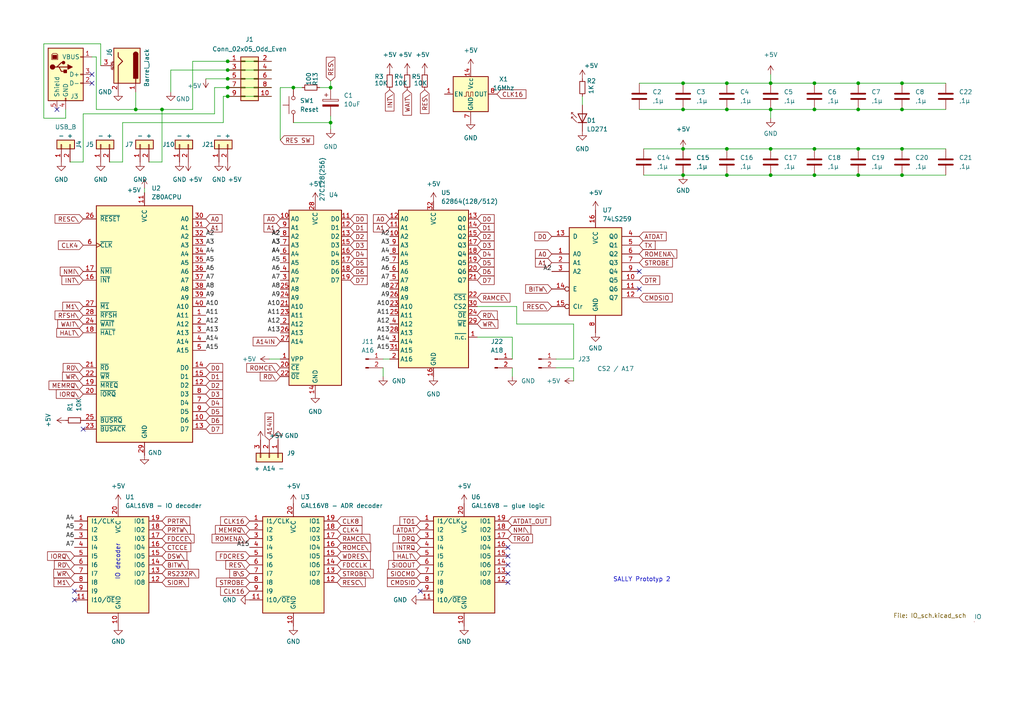
<source format=kicad_sch>
(kicad_sch (version 20231120) (generator "eeschema") (generator_version "8.0")
  (paper "A4")
  (junction (at 66.04 25.4))
  (junction (at 236.22 50.8))
  (junction (at 210.82 50.8))
  (junction (at 248.92 31.75))
  (junction (at 198.12 24.13))
  (junction (at 261.62 24.13))
  (junction (at 223.52 31.75))
  (junction (at 66.04 20.32))
  (junction (at 261.62 43.18))
  (junction (at 85.09 25.4))
  (junction (at 248.92 50.8))
  (junction (at 248.92 43.18))
  (junction (at 223.52 24.13))
  (junction (at 236.22 31.75))
  (junction (at 39.37 31.75))
  (junction (at 210.82 31.75))
  (junction (at 236.22 24.13))
  (junction (at 261.62 31.75))
  (junction (at 198.12 31.75))
  (junction (at 223.52 43.18))
  (junction (at 46.99 31.75))
  (junction (at 198.12 43.18))
  (junction (at 261.62 50.8))
  (junction (at 66.04 17.78))
  (junction (at 198.12 50.8))
  (junction (at 66.04 27.94))
  (junction (at 210.82 24.13))
  (junction (at 236.22 43.18))
  (junction (at 95.885 25.4))
  (junction (at 210.82 43.18))
  (junction (at 223.52 50.8))
  (junction (at 248.92 24.13))
  (junction (at 95.885 35.56))
  (junction (at 66.04 22.86))
  (no_connect (at 26.67 21.59))
  (no_connect (at 147.32 166.37))
  (no_connect (at 147.32 163.83))
  (no_connect (at 147.32 168.91))
  (no_connect (at 21.59 171.45))
  (no_connect (at 185.42 83.82))
  (no_connect (at 147.32 158.75))
  (no_connect (at 16.51 31.75))
  (no_connect (at 24.13 124.46))
  (no_connect (at 121.92 171.45))
  (no_connect (at 185.42 78.74))
  (no_connect (at 26.67 24.13))
  (no_connect (at 21.59 173.99))
  (no_connect (at 147.32 161.29))
  (wire (pts (xy 95.885 23.495) (xy 95.885 25.4)))
  (wire (pts (xy 81.28 25.4) (xy 81.28 40.64)))
  (wire (pts (xy 149.86 93.98) (xy 166.37 93.98)))
  (wire (pts (xy 148.59 106.68) (xy 148.59 109.22)))
  (wire (pts (xy 210.82 43.18) (xy 223.52 43.18)))
  (wire (pts (xy 248.92 43.18) (xy 261.62 43.18)))
  (wire (pts (xy 261.62 31.75) (xy 274.32 31.75)))
  (wire (pts (xy 26.67 16.51) (xy 27.94 16.51)))
  (wire (pts (xy 210.82 31.75) (xy 223.52 31.75)))
  (wire (pts (xy 66.04 17.78) (xy 78.74 17.78)))
  (wire (pts (xy 210.82 50.8) (xy 223.52 50.8)))
  (wire (pts (xy 261.62 43.18) (xy 274.32 43.18)))
  (wire (pts (xy 49.53 20.32) (xy 66.04 20.32)))
  (wire (pts (xy 78.105 104.14) (xy 81.28 104.14)))
  (wire (pts (xy 149.86 88.9) (xy 149.86 93.98)))
  (wire (pts (xy 27.94 16.51) (xy 27.94 31.75)))
  (wire (pts (xy 261.62 50.8) (xy 274.32 50.8)))
  (wire (pts (xy 185.42 24.13) (xy 198.12 24.13)))
  (wire (pts (xy 166.37 93.98) (xy 166.37 104.14)))
  (wire (pts (xy 223.52 43.18) (xy 236.22 43.18)))
  (wire (pts (xy 62.23 33.02) (xy 62.23 25.4)))
  (wire (pts (xy 19.05 31.75) (xy 19.05 34.29)))
  (wire (pts (xy 64.77 27.94) (xy 66.04 27.94)))
  (wire (pts (xy 236.22 43.18) (xy 248.92 43.18)))
  (wire (pts (xy 29.21 12.7) (xy 29.21 19.05)))
  (wire (pts (xy 198.12 43.18) (xy 210.82 43.18)))
  (wire (pts (xy 64.77 35.56) (xy 64.77 27.94)))
  (wire (pts (xy 261.62 24.13) (xy 274.32 24.13)))
  (wire (pts (xy 248.92 24.13) (xy 261.62 24.13)))
  (wire (pts (xy 24.13 33.02) (xy 62.23 33.02)))
  (wire (pts (xy 223.52 31.75) (xy 236.22 31.75)))
  (wire (pts (xy 185.42 31.75) (xy 198.12 31.75)))
  (wire (pts (xy 85.09 25.4) (xy 87.63 25.4)))
  (wire (pts (xy 66.04 25.4) (xy 78.74 25.4)))
  (wire (pts (xy 66.04 17.78) (xy 55.88 17.78)))
  (wire (pts (xy 35.56 46.99) (xy 35.56 35.56)))
  (wire (pts (xy 35.56 35.56) (xy 64.77 35.56)))
  (wire (pts (xy 223.52 31.75) (xy 223.52 34.29)))
  (wire (pts (xy 81.28 25.4) (xy 85.09 25.4)))
  (wire (pts (xy 66.04 22.86) (xy 78.74 22.86)))
  (wire (pts (xy 95.885 25.4) (xy 95.885 26.035)))
  (wire (pts (xy 66.04 27.94) (xy 78.74 27.94)))
  (wire (pts (xy 223.52 24.13) (xy 236.22 24.13)))
  (wire (pts (xy 31.75 46.99) (xy 35.56 46.99)))
  (wire (pts (xy 85.09 35.56) (xy 95.885 35.56)))
  (wire (pts (xy 43.18 46.99) (xy 46.99 46.99)))
  (wire (pts (xy 24.13 46.99) (xy 24.13 33.02)))
  (wire (pts (xy 223.52 21.59) (xy 223.52 24.13)))
  (wire (pts (xy 186.69 43.18) (xy 198.12 43.18)))
  (wire (pts (xy 138.43 97.79) (xy 148.59 97.79)))
  (wire (pts (xy 46.99 31.75) (xy 55.88 31.75)))
  (wire (pts (xy 95.885 33.655) (xy 95.885 35.56)))
  (wire (pts (xy 39.37 26.67) (xy 39.37 31.75)))
  (wire (pts (xy 55.88 17.78) (xy 55.88 31.75)))
  (wire (pts (xy 46.99 31.75) (xy 46.99 46.99)))
  (wire (pts (xy 198.12 50.8) (xy 210.82 50.8)))
  (wire (pts (xy 92.71 25.4) (xy 95.885 25.4)))
  (wire (pts (xy 210.82 24.13) (xy 223.52 24.13)))
  (wire (pts (xy 111.125 106.68) (xy 111.125 109.22)))
  (wire (pts (xy 39.37 31.75) (xy 46.99 31.75)))
  (wire (pts (xy 138.43 88.9) (xy 149.86 88.9)))
  (wire (pts (xy 27.94 31.75) (xy 39.37 31.75)))
  (wire (pts (xy 12.7 34.29) (xy 12.7 12.7)))
  (wire (pts (xy 186.69 50.8) (xy 198.12 50.8)))
  (wire (pts (xy 12.7 12.7) (xy 29.21 12.7)))
  (wire (pts (xy 166.37 104.14) (xy 161.29 104.14)))
  (wire (pts (xy 20.32 46.99) (xy 24.13 46.99)))
  (wire (pts (xy 166.37 106.68) (xy 166.37 110.49)))
  (wire (pts (xy 49.53 20.32) (xy 49.53 26.67)))
  (wire (pts (xy 223.52 50.8) (xy 236.22 50.8)))
  (wire (pts (xy 148.59 97.79) (xy 148.59 104.14)))
  (wire (pts (xy 111.125 104.14) (xy 113.03 104.14)))
  (wire (pts (xy 248.92 50.8) (xy 261.62 50.8)))
  (wire (pts (xy 248.92 31.75) (xy 261.62 31.75)))
  (wire (pts (xy 95.885 35.56) (xy 95.885 37.465)))
  (wire (pts (xy 168.91 27.94) (xy 168.91 30.48)))
  (wire (pts (xy 198.12 24.13) (xy 210.82 24.13)))
  (wire (pts (xy 236.22 24.13) (xy 248.92 24.13)))
  (wire (pts (xy 161.29 106.68) (xy 166.37 106.68)))
  (wire (pts (xy 236.22 31.75) (xy 248.92 31.75)))
  (wire (pts (xy 66.04 22.86) (xy 59.69 22.86)))
  (wire (pts (xy 62.23 25.4) (xy 66.04 25.4)))
  (wire (pts (xy 236.22 50.8) (xy 248.92 50.8)))
  (wire (pts (xy 41.91 54.61) (xy 41.91 55.88)))
  (wire (pts (xy 66.04 20.32) (xy 78.74 20.32)))
  (wire (pts (xy 198.12 31.75) (xy 210.82 31.75)))
  (wire (pts (xy 19.05 34.29) (xy 12.7 34.29)))
  (text "SALLY Prototyp 2" (at 177.8 168.91 0) (effects (font (size 1.27 1.27)) (justify left bottom)))
  (text "IO decoder" (at 34.925 168.275 90) (effects (font (size 1.27 1.27)) (justify left bottom)))
  (label "A4" (at 59.69 73.66 0))
  (label "A5" (at 59.69 76.2 0))
  (label "A10" (at 59.69 88.9 0))
  (label "A13" (at 59.69 96.52 0))
  (label "A15" (at 113.03 101.6 180))
  (label "A7" (at 21.59 158.75 180))
  (label "A7" (at 81.28 81.28 180))
  (label "A8" (at 113.03 83.82 180))
  (label "A8" (at 81.28 83.82 180))
  (label "A8" (at 59.69 83.82 0))
  (label "A2" (at 81.28 68.58 180))
  (label "A12" (at 113.03 93.98 180))
  (label "A6" (at 113.03 78.74 180))
  (label "A4" (at 81.28 73.66 180))
  (label "A6" (at 59.69 78.74 0))
  (label "A11" (at 113.03 91.44 180))
  (label "A2" (at 81.28 68.58 180))
  (label "A15" (at 72.39 158.75 180))
  (label "A13" (at 81.28 96.52 180))
  (label "A7" (at 113.03 81.28 180))
  (label "A15" (at 59.69 101.6 0))
  (label "A10" (at 113.03 88.9 180))
  (label "A4" (at 81.28 73.66 180))
  (label "A2" (at 160.02 78.74 180))
  (label "A4" (at 21.59 151.13 180))
  (label "A6" (at 81.28 78.74 180))
  (label "A10" (at 81.28 88.9 180))
  (label "A3" (at 81.28 71.12 180))
  (label "A9" (at 81.28 86.36 180))
  (label "A5" (at 81.28 76.2 180))
  (label "A3" (at 81.28 71.12 180))
  (label "A9" (at 59.69 86.36 0))
  (label "A9" (at 113.03 86.36 180))
  (label "A3" (at 113.03 71.12 180))
  (label "A5" (at 113.03 76.2 180))
  (label "A4" (at 113.03 73.66 180))
  (label "A3" (at 59.69 71.12 0))
  (label "A12" (at 59.69 93.98 0))
  (label "A12" (at 81.28 93.98 180))
  (label "A6" (at 21.59 156.21 180))
  (label "A14" (at 59.69 99.06 0))
  (label "A13" (at 113.03 96.52 180))
  (label "A11" (at 81.28 91.44 180))
  (label "A14" (at 113.03 99.06 180))
  (label "A2" (at 59.69 68.58 0))
  (label "A7" (at 59.69 81.28 0))
  (label "A2" (at 113.03 68.58 180))
  (label "A5" (at 21.59 153.67 180))
  (label "A11" (at 59.69 91.44 0))
  (global_label "RD\\" (shape input) (at 24.13 106.68 180) (property "Intersheetrefs" "${INTERSHEET_REFS}" (effects (hide yes))))
  (global_label "BITW\\" (shape input) (at 46.99 163.83 0) (property "Intersheetrefs" "${INTERSHEET_REFS}" (effects (hide yes))))
  (global_label "CLK8" (shape input) (at 97.79 151.13 0) (property "Intersheetrefs" "${INTERSHEET_REFS}" (effects (hide yes))))
  (global_label "DTR" (shape input) (at 185.42 81.28 0) (property "Intersheetrefs" "${INTERSHEET_REFS}" (effects (hide yes))))
  (global_label "D3" (shape input) (at 138.43 71.12 0) (property "Intersheetrefs" "${INTERSHEET_REFS}" (effects (hide yes))))
  (global_label "TRG0" (shape input) (at 147.32 156.21 0) (property "Intersheetrefs" "${INTERSHEET_REFS}" (effects (hide yes))))
  (global_label "CTCCE" (shape input) (at 46.99 158.75 0) (property "Intersheetrefs" "${INTERSHEET_REFS}" (effects (hide yes))))
  (global_label "RESC\\" (shape input) (at 24.13 63.5 180) (property "Intersheetrefs" "${INTERSHEET_REFS}" (effects (hide yes))))
  (global_label "D1" (shape input) (at 101.6 66.04 0) (property "Intersheetrefs" "${INTERSHEET_REFS}" (effects (hide yes))))
  (global_label "ROMENA\\" (shape input) (at 185.42 73.66 0) (property "Intersheetrefs" "${INTERSHEET_REFS}" (effects (hide yes))))
  (global_label "MEMRQ\\" (shape input) (at 24.13 111.76 180) (property "Intersheetrefs" "${INTERSHEET_REFS}" (effects (hide yes))))
  (global_label "A14IN" (shape input) (at 78.105 127.635 90) (property "Intersheetrefs" "${INTERSHEET_REFS}" (effects (hide yes))))
  (global_label "D3" (shape input) (at 101.6 71.12 0) (property "Intersheetrefs" "${INTERSHEET_REFS}" (effects (hide yes))))
  (global_label "FDCCLK" (shape input) (at 97.79 163.83 0) (property "Intersheetrefs" "${INTERSHEET_REFS}" (effects (hide yes))))
  (global_label "TX" (shape input) (at 185.42 71.12 0) (property "Intersheetrefs" "${INTERSHEET_REFS}" (effects (hide yes))))
  (global_label "D0" (shape input) (at 160.02 68.58 180) (property "Intersheetrefs" "${INTERSHEET_REFS}" (effects (hide yes))))
  (global_label "A1" (shape input) (at 81.28 66.04 180) (property "Intersheetrefs" "${INTERSHEET_REFS}" (effects (hide yes))))
  (global_label "RS232R\\" (shape input) (at 46.99 166.37 0) (property "Intersheetrefs" "${INTERSHEET_REFS}" (effects (hide yes))))
  (global_label "A0" (shape input) (at 59.69 63.5 0) (property "Intersheetrefs" "${INTERSHEET_REFS}" (effects (hide yes))))
  (global_label "WR\\" (shape input) (at 138.43 93.98 0) (property "Intersheetrefs" "${INTERSHEET_REFS}" (effects (hide yes))))
  (global_label "FDCRES" (shape input) (at 72.39 161.29 180) (property "Intersheetrefs" "${INTERSHEET_REFS}" (effects (hide yes))))
  (global_label "D6" (shape input) (at 59.69 121.92 0) (property "Intersheetrefs" "${INTERSHEET_REFS}" (effects (hide yes))))
  (global_label "D6" (shape input) (at 101.6 78.74 0) (property "Intersheetrefs" "${INTERSHEET_REFS}" (effects (hide yes))))
  (global_label "INTRQ" (shape input) (at 121.92 158.75 180) (property "Intersheetrefs" "${INTERSHEET_REFS}" (effects (hide yes))))
  (global_label "NMI\\" (shape input) (at 24.13 78.74 180) (property "Intersheetrefs" "${INTERSHEET_REFS}" (effects (hide yes))))
  (global_label "CMDSIO" (shape input) (at 185.42 86.36 0) (property "Intersheetrefs" "${INTERSHEET_REFS}" (effects (hide yes))))
  (global_label "WR\\" (shape input) (at 24.13 109.22 180) (property "Intersheetrefs" "${INTERSHEET_REFS}" (effects (hide yes))))
  (global_label "D5" (shape input) (at 59.69 119.38 0) (property "Intersheetrefs" "${INTERSHEET_REFS}" (effects (hide yes))))
  (global_label "RESC\\" (shape input) (at 160.02 88.9 180) (property "Intersheetrefs" "${INTERSHEET_REFS}" (effects (hide yes))))
  (global_label "CLK16" (shape input) (at 72.39 151.13 180) (property "Intersheetrefs" "${INTERSHEET_REFS}" (effects (hide yes))))
  (global_label "DSW\\" (shape input) (at 46.99 161.29 0) (property "Intersheetrefs" "${INTERSHEET_REFS}" (effects (hide yes))))
  (global_label "D2" (shape input) (at 59.69 111.76 0) (property "Intersheetrefs" "${INTERSHEET_REFS}" (effects (hide yes))))
  (global_label "D7" (shape input) (at 138.43 81.28 0) (property "Intersheetrefs" "${INTERSHEET_REFS}" (effects (hide yes))))
  (global_label "ATDAT" (shape input) (at 121.92 153.67 180) (property "Intersheetrefs" "${INTERSHEET_REFS}" (effects (hide yes))))
  (global_label "D1" (shape input) (at 138.43 66.04 0) (property "Intersheetrefs" "${INTERSHEET_REFS}" (effects (hide yes))))
  (global_label "D1" (shape input) (at 59.69 109.22 0) (property "Intersheetrefs" "${INTERSHEET_REFS}" (effects (hide yes))))
  (global_label "RES\\" (shape input) (at 95.885 23.495 90) (property "Intersheetrefs" "${INTERSHEET_REFS}" (effects (hide yes))))
  (global_label "D5" (shape input) (at 101.6 76.2 0) (property "Intersheetrefs" "${INTERSHEET_REFS}" (effects (hide yes))))
  (global_label "CLK16" (shape input) (at 144.145 27.305 0) (property "Intersheetrefs" "${INTERSHEET_REFS}" (effects (hide yes))))
  (global_label "D4" (shape input) (at 101.6 73.66 0) (property "Intersheetrefs" "${INTERSHEET_REFS}" (effects (hide yes))))
  (global_label "SIOR\\" (shape input) (at 46.99 168.91 0) (property "Intersheetrefs" "${INTERSHEET_REFS}" (effects (hide yes))))
  (global_label "D0" (shape input) (at 59.69 106.68 0) (property "Intersheetrefs" "${INTERSHEET_REFS}" (effects (hide yes))))
  (global_label "D7" (shape input) (at 101.6 81.28 0) (property "Intersheetrefs" "${INTERSHEET_REFS}" (effects (hide yes))))
  (global_label "WDRES\\" (shape input) (at 97.79 161.29 0) (property "Intersheetrefs" "${INTERSHEET_REFS}" (effects (hide yes))))
  (global_label "RES\\" (shape input) (at 123.19 26.035 270) (property "Intersheetrefs" "${INTERSHEET_REFS}" (effects (hide yes))))
  (global_label "INT\\" (shape input) (at 24.13 81.28 180) (property "Intersheetrefs" "${INTERSHEET_REFS}" (effects (hide yes))))
  (global_label "D2" (shape input) (at 138.43 68.58 0) (property "Intersheetrefs" "${INTERSHEET_REFS}" (effects (hide yes))))
  (global_label "RAMCE\\" (shape input) (at 97.79 156.21 0) (property "Intersheetrefs" "${INTERSHEET_REFS}" (effects (hide yes))))
  (global_label "BITW\\" (shape input) (at 160.02 83.82 180) (property "Intersheetrefs" "${INTERSHEET_REFS}" (effects (hide yes))))
  (global_label "RD\\" (shape input) (at 21.59 163.83 180) (property "Intersheetrefs" "${INTERSHEET_REFS}" (effects (hide yes))))
  (global_label "M1\\" (shape input) (at 21.59 168.91 180) (property "Intersheetrefs" "${INTERSHEET_REFS}" (effects (hide yes))))
  (global_label "STROBE" (shape input) (at 185.42 76.2 0) (property "Intersheetrefs" "${INTERSHEET_REFS}" (effects (hide yes))))
  (global_label "WR\\" (shape input) (at 21.59 166.37 180) (property "Intersheetrefs" "${INTERSHEET_REFS}" (effects (hide yes))))
  (global_label "DRQ" (shape input) (at 121.92 156.21 180) (property "Intersheetrefs" "${INTERSHEET_REFS}" (effects (hide yes))))
  (global_label "D0" (shape input) (at 138.43 63.5 0) (property "Intersheetrefs" "${INTERSHEET_REFS}" (effects (hide yes))))
  (global_label "RD\\" (shape input) (at 138.43 91.44 0) (property "Intersheetrefs" "${INTERSHEET_REFS}" (effects (hide yes))))
  (global_label "TO1" (shape input) (at 121.92 151.13 180) (property "Intersheetrefs" "${INTERSHEET_REFS}" (effects (hide yes))))
  (global_label "D4" (shape input) (at 138.43 73.66 0) (property "Intersheetrefs" "${INTERSHEET_REFS}" (effects (hide yes))))
  (global_label "ATDAT_OUT" (shape input) (at 147.32 151.13 0) (property "Intersheetrefs" "${INTERSHEET_REFS}" (effects (hide yes))))
  (global_label "D7" (shape input) (at 59.69 124.46 0) (property "Intersheetrefs" "${INTERSHEET_REFS}" (effects (hide yes))))
  (global_label "ROMCE\\" (shape input) (at 81.28 106.68 180) (property "Intersheetrefs" "${INTERSHEET_REFS}" (effects (hide yes))))
  (global_label "STROBE\\" (shape input) (at 97.79 166.37 0) (property "Intersheetrefs" "${INTERSHEET_REFS}" (effects (hide yes))))
  (global_label "A1" (shape input) (at 59.69 66.04 0) (property "Intersheetrefs" "${INTERSHEET_REFS}" (effects (hide yes))))
  (global_label "B\\S" (shape input) (at 72.39 166.37 180) (property "Intersheetrefs" "${INTERSHEET_REFS}" (effects (hide yes))))
  (global_label "RD\\" (shape input) (at 81.28 109.22 180) (property "Intersheetrefs" "${INTERSHEET_REFS}" (effects (hide yes))))
  (global_label "A1" (shape input) (at 160.02 76.2 180) (property "Intersheetrefs" "${INTERSHEET_REFS}" (effects (hide yes))))
  (global_label "HALT\\" (shape input) (at 121.92 161.29 180) (property "Intersheetrefs" "${INTERSHEET_REFS}" (effects (hide yes))))
  (global_label "CLK4" (shape input) (at 24.13 71.12 180) (property "Intersheetrefs" "${INTERSHEET_REFS}" (effects (hide yes))))
  (global_label "RES SW" (shape input) (at 81.28 40.64 0) (property "Intersheetrefs" "${INTERSHEET_REFS}" (effects (hide yes))))
  (global_label "D5" (shape input) (at 138.43 76.2 0) (property "Intersheetrefs" "${INTERSHEET_REFS}" (effects (hide yes))))
  (global_label "M1\\" (shape input) (at 24.13 88.9 180) (property "Intersheetrefs" "${INTERSHEET_REFS}" (effects (hide yes))))
  (global_label "PRTW\\" (shape input) (at 46.99 153.67 0) (property "Intersheetrefs" "${INTERSHEET_REFS}" (effects (hide yes))))
  (global_label "D2" (shape input) (at 101.6 68.58 0) (property "Intersheetrefs" "${INTERSHEET_REFS}" (effects (hide yes))))
  (global_label "A14IN" (shape input) (at 81.28 99.06 180) (property "Intersheetrefs" "${INTERSHEET_REFS}" (effects (hide yes))))
  (global_label "SIOOUT" (shape input) (at 121.92 163.83 180) (property "Intersheetrefs" "${INTERSHEET_REFS}" (effects (hide yes))))
  (global_label "MEMRQ\\" (shape input) (at 72.39 153.67 180) (property "Intersheetrefs" "${INTERSHEET_REFS}" (effects (hide yes))))
  (global_label "STROBE" (shape input) (at 72.39 168.91 180) (property "Intersheetrefs" "${INTERSHEET_REFS}" (effects (hide yes))))
  (global_label "D3" (shape input) (at 59.69 114.3 0) (property "Intersheetrefs" "${INTERSHEET_REFS}" (effects (hide yes))))
  (global_label "CLK4" (shape input) (at 97.79 153.67 0) (property "Intersheetrefs" "${INTERSHEET_REFS}" (effects (hide yes))))
  (global_label "D0" (shape input) (at 101.6 63.5 0) (property "Intersheetrefs" "${INTERSHEET_REFS}" (effects (hide yes))))
  (global_label "RFSH\\" (shape input) (at 24.13 91.44 180) (property "Intersheetrefs" "${INTERSHEET_REFS}" (effects (hide yes))))
  (global_label "HALT\\" (shape input) (at 24.13 96.52 180) (property "Intersheetrefs" "${INTERSHEET_REFS}" (effects (hide yes))))
  (global_label "RAMCE\\" (shape input) (at 138.43 86.36 0) (property "Intersheetrefs" "${INTERSHEET_REFS}" (effects (hide yes))))
  (global_label "A0" (shape input) (at 160.02 73.66 180) (property "Intersheetrefs" "${INTERSHEET_REFS}" (effects (hide yes))))
  (global_label "NMI\\" (shape input) (at 147.32 153.67 0) (property "Intersheetrefs" "${INTERSHEET_REFS}" (effects (hide yes))))
  (global_label "A1" (shape input) (at 113.03 66.04 180) (property "Intersheetrefs" "${INTERSHEET_REFS}" (effects (hide yes))))
  (global_label "D4" (shape input) (at 59.69 116.84 0) (property "Intersheetrefs" "${INTERSHEET_REFS}" (effects (hide yes))))
  (global_label "A0" (shape input) (at 81.28 63.5 180) (property "Intersheetrefs" "${INTERSHEET_REFS}" (effects (hide yes))))
  (global_label "FDCCE\\" (shape input) (at 46.99 156.21 0) (property "Intersheetrefs" "${INTERSHEET_REFS}" (effects (hide yes))))
  (global_label "WAIT\\" (shape input) (at 118.11 26.035 270) (property "Intersheetrefs" "${INTERSHEET_REFS}" (effects (hide yes))))
  (global_label "PRTR\\" (shape input) (at 46.99 151.13 0) (property "Intersheetrefs" "${INTERSHEET_REFS}" (effects (hide yes))))
  (global_label "IORQ\\" (shape input) (at 24.13 114.3 180) (property "Intersheetrefs" "${INTERSHEET_REFS}" (effects (hide yes))))
  (global_label "INT\\" (shape input) (at 113.03 26.035 270) (property "Intersheetrefs" "${INTERSHEET_REFS}" (effects (hide yes))))
  (global_label "A0" (shape input) (at 113.03 63.5 180) (property "Intersheetrefs" "${INTERSHEET_REFS}" (effects (hide yes))))
  (global_label "WAIT\\" (shape input) (at 24.13 93.98 180) (property "Intersheetrefs" "${INTERSHEET_REFS}" (effects (hide yes))))
  (global_label "ROMCE\\" (shape input) (at 97.79 158.75 0) (property "Intersheetrefs" "${INTERSHEET_REFS}" (effects (hide yes))))
  (global_label "D6" (shape input) (at 138.43 78.74 0) (property "Intersheetrefs" "${INTERSHEET_REFS}" (effects (hide yes))))
  (global_label "RESC\\" (shape input) (at 97.79 168.91 0) (property "Intersheetrefs" "${INTERSHEET_REFS}" (effects (hide yes))))
  (global_label "CLK16" (shape input) (at 72.39 171.45 180) (property "Intersheetrefs" "${INTERSHEET_REFS}" (effects (hide yes))))
  (global_label "ROMENA\\" (shape input) (at 72.39 156.21 180) (property "Intersheetrefs" "${INTERSHEET_REFS}" (effects (hide yes))))
  (global_label "RES\\" (shape input) (at 72.39 163.83 180) (property "Intersheetrefs" "${INTERSHEET_REFS}" (effects (hide yes))))
  (global_label "IORQ\\" (shape input) (at 21.59 161.29 180) (property "Intersheetrefs" "${INTERSHEET_REFS}" (effects (hide yes))))
  (global_label "SIOCMD" (shape input) (at 121.92 166.37 180) (property "Intersheetrefs" "${INTERSHEET_REFS}" (effects (hide yes))))
  (global_label "CMDSIO" (shape input) (at 121.92 168.91 180) (property "Intersheetrefs" "${INTERSHEET_REFS}" (effects (hide yes))))
  (global_label "ATDAT" (shape input) (at 185.42 68.58 0) (property "Intersheetrefs" "${INTERSHEET_REFS}" (effects (hide yes))))
  (symbol (lib_id "Logic_Programmable:GAL16V8") (at 34.29 163.83 0) (unit 1)
    (property "Reference" "U1" (at 36.3094 144.145 0) (effects (justify left)))
    (property "Value" "GAL16V8 - IO decoder" (at 36.3094 146.685 0) (effects (justify left)))
    (property "Footprint" "Package_DIP:DIP-20_W7.62mm" (effects (hide yes)))
  )
  (symbol (lib_id "AtariXL:Conn_01x02_Male") (at 156.21 104.14 0) (unit 1)
    (property "Reference" "J23" (at 169.418 104.14 0))
    (property "Value" "CS2 / A17" (at 178.562 106.934 0))
    (property "Footprint" "Connector_PinHeader_2.54mm:PinHeader_1x02_P2.54mm_Vertical" (effects (hide yes)))
  )
  (symbol (lib_id "power:+5V") (at 172.72 60.96 0) (unit 1)
    (property "Reference" "#PWR037" (effects (hide yes)))
    (property "Value" "+5V" (at 172.72 55.88 0))
  )
  (symbol (lib_id "Device:C") (at 248.92 46.99 0) (unit 1)
    (property "Reference" "C19" (at 252.73 45.7199 0) (effects (justify left)))
    (property "Value" ",1µ" (at 252.73 48.2599 0) (effects (justify left)))
    (property "Footprint" "Capacitor_THT:C_Disc_D5.0mm_W2.5mm_P5.00mm" (effects (hide yes)))
  )
  (symbol (lib_id "power:GND") (at 91.44 114.3 0) (unit 1)
    (property "Reference" "#PWR024" (effects (hide yes)))
    (property "Value" "GND" (at 91.44 119.38 0))
  )
  (symbol (lib_id "CPU:Z80CPU") (at 41.91 93.98 0) (unit 1)
    (property "Reference" "U2" (at 43.9294 54.61 0) (effects (justify left)))
    (property "Value" "Z80ACPU" (at 43.9294 57.15 0) (effects (justify left)))
    (property "Footprint" "Package_DIP:DIP-40_W15.24mm" (effects (hide yes)))
    (property "Datasheet" "www.zilog.com/manage_directlink.php?filepath=docs/z80/um0080" (effects (hide yes)))
  )
  (symbol (lib_id "power:GND") (at 125.73 109.22 0) (unit 1)
    (property "Reference" "#PWR030" (effects (hide yes)))
    (property "Value" "GND" (at 125.73 114.3 0))
  )
  (symbol (lib_id "power:+5V") (at 91.44 58.42 0) (unit 1)
    (property "Reference" "#PWR023" (effects (hide yes)))
    (property "Value" "+5V" (at 91.44 53.34 0))
  )
  (symbol (lib_id "Device:R_Small") (at 168.91 25.4 0) (unit 1)
    (property "Reference" "R2" (at 170.18 23.495 0) (effects (justify left)))
    (property "Value" "1K" (at 171.45 27.305 90) (effects (justify left)))
    (property "Footprint" "Resistor_THT:R_Axial_DIN0207_L6.3mm_D2.5mm_P10.16mm_Horizontal" (effects (hide yes)))
  )
  (symbol (lib_id "Switch:SW_Push") (at 85.09 30.48 90) (unit 1)
    (property "Reference" "SW1" (at 86.995 29.2099 90) (effects (justify right)))
    (property "Value" "Reset" (at 86.995 31.7499 90) (effects (justify right)))
    (property "Footprint" "Capacitor_THT:C_Rect_L7.5mm_W6.5mm_P5.00mm" (effects (hide yes)))
  )
  (symbol (lib_id "power:GND") (at 49.53 26.67 0) (unit 1)
    (property "Reference" "#PWR04" (effects (hide yes)))
    (property "Value" "GND" (at 53.086 28.702 0))
  )
  (symbol (lib_id "power:+5V") (at 166.37 110.49 90) (unit 1)
    (property "Reference" "#PWR092" (effects (hide yes)))
    (property "Value" "+5V" (at 162.56 110.4899 90) (effects (justify left)))
  )
  (symbol (lib_id "power:+5V") (at 41.91 54.61 0) (unit 1)
    (property "Reference" "#PWR010" (effects (hide yes)))
    (property "Value" "+5V" (at 38.862 55.118 0))
  )
  (symbol (lib_id "Oscillator:GTXO-14T") (at 136.525 27.305 0) (unit 1)
    (property "Reference" "X1" (at 146.05 22.9743 0))
    (property "Value" "16Mhz" (at 146.05 25.5143 0))
    (property "Footprint" "Oscillator:Oscillator_DIP-14" (effects (hide yes)))
    (property "Datasheet" "http://www.golledge.com/pdf/products/tcxos/gtxo14.pdf" (effects (hide yes)))
  )
  (symbol (lib_id "Device:C") (at 210.82 46.99 0) (unit 1)
    (property "Reference" "C16" (at 214.63 45.7199 0) (effects (justify left)))
    (property "Value" ",1µ" (at 214.63 48.2599 0) (effects (justify left)))
    (property "Footprint" "Capacitor_THT:C_Disc_D5.0mm_W2.5mm_P5.00mm" (effects (hide yes)))
  )
  (symbol (lib_id "power:+5V") (at 123.19 20.955 0) (unit 1)
    (property "Reference" "#PWR031" (effects (hide yes)))
    (property "Value" "+5V" (at 122.555 15.875 0))
  )
  (symbol (lib_id "power:+5V") (at 198.12 43.18 0) (unit 1)
    (property "Reference" "#PWR090" (effects (hide yes)))
    (property "Value" "+5V" (at 198.12 37.465 0))
  )
  (symbol (lib_id "power:GND") (at 63.5 46.99 0) (unit 1)
    (property "Reference" "#PWR01" (effects (hide yes)))
    (property "Value" "GND" (at 63.5 52.07 0))
  )
  (symbol (lib_id "Device:R_Small") (at 118.11 23.495 0) (unit 1)
    (property "Reference" "R4" (at 114.3 22.225 0) (effects (justify left)))
    (property "Value" "10K" (at 114.3 24.13 0) (effects (justify left)))
    (property "Footprint" "Resistor_THT:R_Axial_DIN0207_L6.3mm_D2.5mm_P10.16mm_Horizontal" (effects (hide yes)))
  )
  (symbol (lib_id "Connector:Barrel_Jack_MountingPin") (at 36.83 19.05 270) (unit 1)
    (property "Reference" "J6" (at 31.75 15.24 0))
    (property "Value" "Barrel_Jack" (at 42.545 19.685 0))
    (property "Footprint" "Connector_BarrelJack:BarrelJack_Horizontal" (effects (hide yes)))
  )
  (symbol (lib_id "Connector_Generic:Conn_01x02") (at 52.07 41.91 90) (unit 1)
    (property "Reference" "J10" (at 48.895 41.91 90))
    (property "Value" "- +" (at 53.34 39.37 90))
    (property "Footprint" "Sally2:BKL_1x2 72510U_P2.5mm_Vertical" (effects (hide yes)))
  )
  (symbol (lib_id "Device:C") (at 198.12 27.94 0) (unit 1)
    (property "Reference" "C3" (at 201.93 26.6699 0) (effects (justify left)))
    (property "Value" ",1µ" (at 201.93 29.2099 0) (effects (justify left)))
    (property "Footprint" "Capacitor_THT:C_Disc_D5.0mm_W2.5mm_P5.00mm" (effects (hide yes)))
  )
  (symbol (lib_id "74xx:74LS259") (at 172.72 78.74 0) (unit 1)
    (property "Reference" "U7" (at 174.7394 60.96 0) (effects (justify left)))
    (property "Value" "74LS259" (at 174.7394 63.5 0) (effects (justify left)))
    (property "Footprint" "Package_DIP:DIP-16_W7.62mm" (effects (hide yes)))
    (property "Datasheet" "http://www.ti.com/lit/gpn/sn74LS259" (effects (hide yes)))
  )
  (symbol (lib_id "Logic_Programmable:GAL16V8") (at 134.62 163.83 0) (unit 1)
    (property "Reference" "U6" (at 136.6394 144.145 0) (effects (justify left)))
    (property "Value" "GAL16V8 - glue logic" (at 136.6394 146.685 0) (effects (justify left)))
    (property "Footprint" "Package_DIP:DIP-20_W7.62mm" (effects (hide yes)))
  )
  (symbol (lib_id "Device:C") (at 223.52 46.99 0) (unit 1)
    (property "Reference" "C17" (at 227.33 45.7199 0) (effects (justify left)))
    (property "Value" ",1µ" (at 227.33 48.2599 0) (effects (justify left)))
    (property "Footprint" "Capacitor_THT:C_Disc_D5.0mm_W2.5mm_P5.00mm" (effects (hide yes)))
  )
  (symbol (lib_id "power:GND") (at 29.21 46.99 0) (unit 1)
    (property "Reference" "#PWR012" (effects (hide yes)))
    (property "Value" "GND" (at 29.21 52.07 0))
  )
  (symbol (lib_id "power:GND") (at 40.64 46.99 0) (unit 1)
    (property "Reference" "#PWR014" (effects (hide yes)))
    (property "Value" "GND" (at 40.64 52.07 0))
  )
  (symbol (lib_id "Connector_Generic:Conn_01x02") (at 29.21 41.91 90) (unit 1)
    (property "Reference" "J5" (at 26.035 41.91 90))
    (property "Value" "- +" (at 30.48 39.37 90))
    (property "Footprint" "Sally2:BKL_1x2 72510U_P2.5mm_Vertical" (effects (hide yes)))
  )
  (symbol (lib_id "Logic_Programmable:GAL16V8") (at 85.09 163.83 0) (unit 1)
    (property "Reference" "U3" (at 87.1094 144.145 0) (effects (justify left)))
    (property "Value" "GAL16V8 - ADR decoder" (at 87.1094 146.685 0) (effects (justify left)))
    (property "Footprint" "Package_DIP:DIP-20_W7.62mm" (effects (hide yes)))
  )
  (symbol (lib_id "Device:C_Polarized") (at 95.885 29.845 0) (unit 1)
    (property "Reference" "C1" (at 99.695 27.6859 0) (effects (justify left)))
    (property "Value" "10uF" (at 99.695 30.2259 0) (effects (justify left)))
    (property "Footprint" "Capacitor_THT:CP_Radial_D5.0mm_P2.50mm" (effects (hide yes)))
  )
  (symbol (lib_id "power:GND") (at 95.885 37.465 0) (unit 1)
    (property "Reference" "#PWR025" (effects (hide yes)))
    (property "Value" "GND" (at 95.885 42.545 0))
  )
  (symbol (lib_id "Device:R_Small") (at 123.19 23.495 0) (unit 1)
    (property "Reference" "R5" (at 119.38 22.225 0) (effects (justify left)))
    (property "Value" "10K" (at 120.015 24.13 0) (effects (justify left)))
    (property "Footprint" "Resistor_THT:R_Axial_DIN0207_L6.3mm_D2.5mm_P10.16mm_Horizontal" (effects (hide yes)))
  )
  (symbol (lib_id "Device:C") (at 261.62 27.94 0) (unit 1)
    (property "Reference" "C8" (at 265.43 26.6699 0) (effects (justify left)))
    (property "Value" ",1µ" (at 265.43 29.2099 0) (effects (justify left)))
    (property "Footprint" "Capacitor_THT:C_Disc_D5.0mm_W2.5mm_P5.00mm" (effects (hide yes)))
  )
  (symbol (lib_id "power:+5V") (at 136.525 19.685 0) (unit 1)
    (property "Reference" "#PWR035" (effects (hide yes)))
    (property "Value" "+5V" (at 136.525 14.605 0))
  )
  (symbol (lib_id "power:+5V") (at 78.105 104.14 90) (unit 1)
    (property "Reference" "#PWR017" (effects (hide yes)))
    (property "Value" "+5V" (at 74.295 104.1399 90) (effects (justify left)))
  )
  (symbol (lib_id "Device:C") (at 198.12 46.99 0) (unit 1)
    (property "Reference" "C15" (at 201.93 45.7199 0) (effects (justify left)))
    (property "Value" ",1µ" (at 201.93 48.2599 0) (effects (justify left)))
    (property "Footprint" "Capacitor_THT:C_Disc_D5.0mm_W2.5mm_P5.00mm" (effects (hide yes)))
  )
  (symbol (lib_id "Device:C") (at 261.62 46.99 0) (unit 1)
    (property "Reference" "C20" (at 265.43 45.7199 0) (effects (justify left)))
    (property "Value" ",1µ" (at 265.43 48.2599 0) (effects (justify left)))
    (property "Footprint" "Capacitor_THT:C_Disc_D5.0mm_W2.5mm_P5.00mm" (effects (hide yes)))
  )
  (symbol (lib_id "power:+5V") (at 85.09 146.05 0) (unit 1)
    (property "Reference" "#PWR021" (effects (hide yes)))
    (property "Value" "+5V" (at 85.09 140.97 0))
  )
  (symbol (lib_id "power:+5V") (at 113.03 20.955 0) (unit 1)
    (property "Reference" "#PWR027" (effects (hide yes)))
    (property "Value" "+5V" (at 113.03 15.875 0))
  )
  (symbol (lib_id "power:GND") (at 148.59 109.22 0) (unit 1)
    (property "Reference" "#PWR015" (effects (hide yes)))
    (property "Value" "GND" (at 151.13 110.4899 0) (effects (justify left)))
  )
  (symbol (lib_id "Device:R_Small") (at 21.59 121.92 90) (unit 1)
    (property "Reference" "R1" (at 20.3199 119.38 0) (effects (justify left)))
    (property "Value" "10K" (at 22.8599 119.38 0) (effects (justify left)))
    (property "Footprint" "Resistor_THT:R_Axial_DIN0207_L6.3mm_D2.5mm_P10.16mm_Horizontal" (effects (hide yes)))
  )
  (symbol (lib_id "Connector:USB_B") (at 19.05 21.59 0) (unit 1)
    (property "Reference" "J3" (at 21.59 27.94 0))
    (property "Value" "USB_B" (at 19.05 36.83 0))
    (property "Footprint" "Connector_USB:USB_B_Lumberg_2411_02_Horizontal" (effects (hide yes)))
  )
  (symbol (lib_id "power:+5V") (at 54.61 46.99 180) (unit 1)
    (property "Reference" "#PWR020" (effects (hide yes)))
    (property "Value" "+5V" (at 54.61 52.07 0) (effects (justify right)))
  )
  (symbol (lib_id "Connector_Generic:Conn_01x02") (at 40.64 41.91 90) (unit 1)
    (property "Reference" "J7" (at 37.465 41.91 90))
    (property "Value" "- +" (at 41.91 39.37 90))
    (property "Footprint" "Sally2:BKL_1x2 72510U_P2.5mm_Vertical" (effects (hide yes)))
  )
  (symbol (lib_id "power:+5V") (at 34.29 146.05 0) (unit 1)
    (property "Reference" "#PWR07" (effects (hide yes)))
    (property "Value" "+5V" (at 34.29 140.97 0))
  )
  (symbol (lib_id "power:GND") (at 172.72 96.52 0) (unit 1)
    (property "Reference" "#PWR038" (effects (hide yes)))
    (property "Value" "GND" (at 172.72 100.965 0))
  )
  (symbol (lib_id "power:+5V") (at 19.05 121.92 90) (unit 1)
    (property "Reference" "#PWR02" (effects (hide yes)))
    (property "Value" "+5V" (at 13.97 121.92 0))
  )
  (symbol (lib_id "power:+5V") (at 223.52 21.59 0) (unit 1)
    (property "Reference" "#PWR039" (effects (hide yes)))
    (property "Value" "+5V" (at 223.52 15.875 0))
  )
  (symbol (lib_id "power:GND") (at 111.125 109.22 0) (unit 1)
    (property "Reference" "#PWR026" (effects (hide yes)))
    (property "Value" "GND" (at 113.665 110.4899 0) (effects (justify left)))
  )
  (symbol (lib_id "Device:C") (at 185.42 27.94 0) (unit 1)
    (property "Reference" "C2" (at 189.23 26.6699 0) (effects (justify left)))
    (property "Value" ",1µ" (at 189.23 29.2099 0) (effects (justify left)))
    (property "Footprint" "Capacitor_THT:C_Disc_D5.0mm_W2.5mm_P5.00mm" (effects (hide yes)))
  )
  (symbol (lib_id "Device:C") (at 210.82 27.94 0) (unit 1)
    (property "Reference" "C4" (at 214.63 26.6699 0) (effects (justify left)))
    (property "Value" ",1µ" (at 214.63 29.2099 0) (effects (justify left)))
    (property "Footprint" "Capacitor_THT:C_Disc_D5.0mm_W2.5mm_P5.00mm" (effects (hide yes)))
  )
  (symbol (lib_id "power:+5V") (at 66.04 46.99 180) (unit 1)
    (property "Reference" "#PWR013" (effects (hide yes)))
    (property "Value" "+5V" (at 66.04 52.07 0) (effects (justify right)))
  )
  (symbol (lib_id "Device:C") (at 186.69 46.99 0) (unit 1)
    (property "Reference" "C14" (at 190.5 45.7199 0) (effects (justify left)))
    (property "Value" ",1µ" (at 190.5 48.2599 0) (effects (justify left)))
    (property "Footprint" "Capacitor_THT:C_Disc_D5.0mm_W2.5mm_P5.00mm" (effects (hide yes)))
  )
  (symbol (lib_id "power:GND") (at 72.39 173.99 270) (unit 1)
    (property "Reference" "#PWR083" (effects (hide yes)))
    (property "Value" "GND" (at 68.58 173.9899 90) (effects (justify right)))
  )
  (symbol (lib_id "power:GND") (at 34.29 26.67 0) (unit 1)
    (property "Reference" "#PWR085" (effects (hide yes)))
    (property "Value" "GND" (at 30.48 26.67 0))
  )
  (symbol (lib_id "power:+5V") (at 134.62 146.05 0) (unit 1)
    (property "Reference" "#PWR033" (effects (hide yes)))
    (property "Value" "+5V" (at 134.62 140.97 0))
  )
  (symbol (lib_id "power:GND") (at 198.12 50.8 0) (unit 1)
    (property "Reference" "#PWR091" (effects (hide yes)))
    (property "Value" "GND" (at 198.12 55.245 0))
  )
  (symbol (lib_id "power:+5V") (at 168.91 22.86 0) (unit 1)
    (property "Reference" "#PWR05" (effects (hide yes)))
    (property "Value" "+5V" (at 171.45 19.05 0))
  )
  (symbol (lib_id "Memory_EPROM:27C256") (at 91.44 86.36 0) (unit 1)
    (property "Reference" "U4" (at 95.3644 56.515 0) (effects (justify left)))
    (property "Value" "27C128(256)" (at 93.4594 58.42 90) (effects (justify left)))
    (property "Footprint" "Package_DIP:DIP-28_W15.24mm" (effects (hide yes)))
    (property "Datasheet" "http://ww1.microchip.com/downloads/en/DeviceDoc/doc0014.pdf" (effects (hide yes)))
  )
  (symbol (lib_id "Connector_Generic:Conn_01x02") (at 17.78 41.91 90) (unit 1)
    (property "Reference" "J4" (at 22.86 41.91 0))
    (property "Value" "- +" (at 19.05 39.37 90))
    (property "Footprint" "Sally2:BKL_1x2 72510U_P2.5mm_Vertical" (effects (hide yes)))
  )
  (symbol (lib_id "Device:C") (at 236.22 27.94 0) (unit 1)
    (property "Reference" "C6" (at 240.03 26.6699 0) (effects (justify left)))
    (property "Value" ",1µ" (at 240.03 29.2099 0) (effects (justify left)))
    (property "Footprint" "Capacitor_THT:C_Disc_D5.0mm_W2.5mm_P5.00mm" (effects (hide yes)))
  )
  (symbol (lib_id "power:GND") (at 134.62 181.61 0) (unit 1)
    (property "Reference" "#PWR034" (effects (hide yes)))
    (property "Value" "GND" (at 134.62 186.055 0))
  )
  (symbol (lib_id "power:GND") (at 80.645 127.635 180) (unit 1)
    (property "Reference" "#PWR019" (effects (hide yes)))
    (property "Value" "GND" (at 82.55 126.3649 0) (effects (justify right)))
  )
  (symbol (lib_id "power:GND") (at 17.78 46.99 0) (unit 1)
    (property "Reference" "#PWR09" (effects (hide yes)))
    (property "Value" "GND" (at 17.78 52.07 0))
  )
  (symbol (lib_id "Memory_RAM:628128_DIP32_SSOP32") (at 125.73 83.82 0) (unit 1)
    (property "Reference" "U5" (at 127.9241 55.88 0) (effects (justify left)))
    (property "Value" "62864(128/512)" (at 127.9241 58.42 0) (effects (justify left)))
    (property "Footprint" "Package_DIP:DIP-32_W15.24mm_Socket" (effects (hide yes)))
    (property "Datasheet" "http://www.futurlec.com/Datasheet/Memory/628128.pdf" (effects (hide yes)))
  )
  (symbol (lib_id "Device:C") (at 236.22 46.99 0) (unit 1)
    (property "Reference" "C18" (at 240.03 45.7199 0) (effects (justify left)))
    (property "Value" ",1µ" (at 240.03 48.2599 0) (effects (justify left)))
    (property "Footprint" "Capacitor_THT:C_Disc_D5.0mm_W2.5mm_P5.00mm" (effects (hide yes)))
  )
  (symbol (lib_id "power:GND") (at 121.92 173.99 270) (unit 1)
    (property "Reference" "#PWR084" (effects (hide yes)))
    (property "Value" "GND" (at 118.11 173.9899 90) (effects (justify right)))
  )
  (symbol (lib_id "power:GND") (at 136.525 34.925 0) (unit 1)
    (property "Reference" "#PWR036" (effects (hide yes)))
    (property "Value" "GND" (at 136.525 40.005 0))
  )
  (symbol (lib_id "Connector_Generic:Conn_02x05_Odd_Even") (at 71.12 22.86 0) (unit 1)
    (property "Reference" "J1" (at 72.39 11.43 0))
    (property "Value" "Conn_02x05_Odd_Even" (at 72.39 14.224 0))
    (property "Footprint" "Connector_PinHeader_2.54mm:PinHeader_2x05_P2.54mm_Horizontal" (effects (hide yes)))
    (property "Description" "Generic connector, double row, 02x05, odd/even pin numbering scheme (row 1 odd numbers, row 2 even numbers), script generated (kicad-library-utils/schlib/autogen/connector/)" (effects (hide yes)))
  )
  (symbol (lib_id "Device:C") (at 274.32 46.99 0) (unit 1)
    (property "Reference" "C21" (at 278.13 45.7199 0) (effects (justify left)))
    (property "Value" ",1µ" (at 278.13 48.2599 0) (effects (justify left)))
    (property "Footprint" "Capacitor_THT:C_Disc_D5.0mm_W2.5mm_P5.00mm" (effects (hide yes)))
  )
  (symbol (lib_id "LED:LD271") (at 168.91 33.02 90) (unit 1)
    (property "Reference" "D1" (at 170.18 34.925 90) (effects (justify right)))
    (property "Value" "LD271" (at 170.18 37.465 90) (effects (justify right)))
    (property "Footprint" "LED_THT:LED_D5.0mm_IRGrey" (effects (hide yes)))
    (property "Datasheet" "http://www.alliedelec.com/m/d/40788c34903a719969df15f1fbea1056.pdf" (effects (hide yes)))
  )
  (symbol (lib_id "Connector_Generic:Conn_01x03") (at 78.105 132.715 270) (unit 1)
    (property "Reference" "J9" (at 83.185 131.4449 90) (effects (justify left)))
    (property "Value" "+ A14 -" (at 73.66 135.89 90) (effects (justify left)))
    (property "Footprint" "Connector_PinHeader_2.54mm:PinHeader_1x03_P2.54mm_Vertical" (effects (hide yes)))
  )
  (symbol (lib_id "power:GND") (at 223.52 34.29 0) (unit 1)
    (property "Reference" "#PWR040" (effects (hide yes)))
    (property "Value" "GND" (at 223.52 38.735 0))
  )
  (symbol (lib_id "power:+5V") (at 118.11 20.955 0) (unit 1)
    (property "Reference" "#PWR028" (effects (hide yes)))
    (property "Value" "+5V" (at 117.475 15.875 0))
  )
  (symbol (lib_id "Device:C") (at 248.92 27.94 0) (unit 1)
    (property "Reference" "C7" (at 252.73 26.6699 0) (effects (justify left)))
    (property "Value" ",1µ" (at 252.73 29.2099 0) (effects (justify left)))
    (property "Footprint" "Capacitor_THT:C_Disc_D5.0mm_W2.5mm_P5.00mm" (effects (hide yes)))
  )
  (symbol (lib_id "power:GND") (at 41.91 132.08 0) (unit 1)
    (property "Reference" "#PWR011" (effects (hide yes)))
    (property "Value" "GND" (at 44.958 131.318 0))
  )
  (symbol (lib_id "power:+5V") (at 125.73 58.42 0) (unit 1)
    (property "Reference" "#PWR029" (effects (hide yes)))
    (property "Value" "+5V" (at 125.73 53.34 0))
  )
  (symbol (lib_id "Device:C") (at 274.32 27.94 0) (unit 1)
    (property "Reference" "C22" (at 278.13 26.6699 0) (effects (justify left)))
    (property "Value" ",1µ" (at 278.13 29.2099 0) (effects (justify left)))
    (property "Footprint" "Capacitor_THT:C_Disc_D5.0mm_W2.5mm_P5.00mm" (effects (hide yes)))
  )
  (symbol (lib_name "Conn_01x02_1") (lib_id "Connector_Generic:Conn_01x02") (at 63.5 41.91 90) (unit 1)
    (property "Reference" "J21" (at 60.325 41.91 90))
    (property "Value" "- +" (at 64.77 39.37 90))
    (property "Footprint" "Sally2:BKL_1x2 72510U_P2.5mm_Vertical" (effects (hide yes)))
  )
  (symbol (lib_id "power:GND") (at 85.09 181.61 0) (unit 1)
    (property "Reference" "#PWR022" (effects (hide yes)))
    (property "Value" "GND" (at 85.09 186.055 0))
  )
  (symbol (lib_id "power:GND") (at 168.91 38.1 0) (unit 1)
    (property "Reference" "#PWR06" (effects (hide yes)))
    (property "Value" "GND" (at 168.91 43.18 0))
  )
  (symbol (lib_id "AtariXL:Conn_01x02_Male") (at 106.045 104.14 0) (unit 1)
    (property "Reference" "J11" (at 106.68 99.06 0))
    (property "Value" "A16" (at 106.68 101.6 0))
    (property "Footprint" "Connector_PinHeader_2.54mm:PinHeader_1x02_P2.54mm_Vertical" (effects (hide yes)))
  )
  (symbol (lib_id "Device:C") (at 223.52 27.94 0) (unit 1)
    (property "Reference" "C5" (at 227.33 26.6699 0) (effects (justify left)))
    (property "Value" ",1µ" (at 227.33 29.2099 0) (effects (justify left)))
    (property "Footprint" "Capacitor_THT:C_Disc_D5.0mm_W2.5mm_P5.00mm" (effects (hide yes)))
  )
  (symbol (lib_id "power:+5V") (at 59.69 22.86 180) (unit 1)
    (property "Reference" "#PWR03" (effects (hide yes)))
    (property "Value" "+5V" (at 58.42 24.892 0) (effects (justify left)))
  )
  (symbol (lib_id "power:GND") (at 52.07 46.99 0) (unit 1)
    (property "Reference" "#PWR018" (effects (hide yes)))
    (property "Value" "GND" (at 52.07 52.07 0))
  )
  (symbol (lib_id "power:GND") (at 34.29 181.61 0) (unit 1)
    (property "Reference" "#PWR08" (effects (hide yes)))
    (property "Value" "GND" (at 34.29 186.055 0))
  )
  (symbol (lib_id "AtariXL:Conn_01x02_Male") (at 143.51 104.14 0) (unit 1)
    (property "Reference" "J22" (at 144.145 99.06 0))
    (property "Value" "A18" (at 144.145 101.6 0))
    (property "Footprint" "Connector_PinHeader_2.54mm:PinHeader_1x02_P2.54mm_Vertical" (effects (hide yes)))
  )
  (symbol (lib_id "power:+5V") (at 75.565 127.635 0) (unit 1)
    (property "Reference" "#PWR016" (effects (hide yes)))
    (property "Value" "+5V" (at 78.105 126.3649 0) (effects (justify left)))
  )
  (symbol (lib_id "Device:R_Small") (at 90.17 25.4 270) (unit 1)
    (property "Reference" "R13" (at 91.44 20.955 0) (effects (justify left)))
    (property "Value" "100" (at 89.535 20.955 0) (effects (justify left)))
    (property "Footprint" "Resistor_THT:R_Axial_DIN0207_L6.3mm_D2.5mm_P10.16mm_Horizontal" (effects (hide yes)))
  )
  (symbol (lib_id "Device:R_Small") (at 113.03 23.495 0) (unit 1)
    (property "Reference" "R3" (at 108.585 22.225 0) (effects (justify left)))
    (property "Value" "10K" (at 108.585 24.13 0) (effects (justify left)))
    (property "Footprint" "Resistor_THT:R_Axial_DIN0207_L6.3mm_D2.5mm_P10.16mm_Horizontal" (effects (hide yes)))
  )
  (sheet (at 282.575 180.34) (size 0 0) (stroke (width 0.1524))
    (property "Sheetname" "IO" (at 282.575 179.6284 0) (effects (justify left bottom)))
    (property "Sheetfile" "IO_sch.kicad_sch" (at 259.08 177.8 0) (effects (justify left top)))
  )
)
</source>
